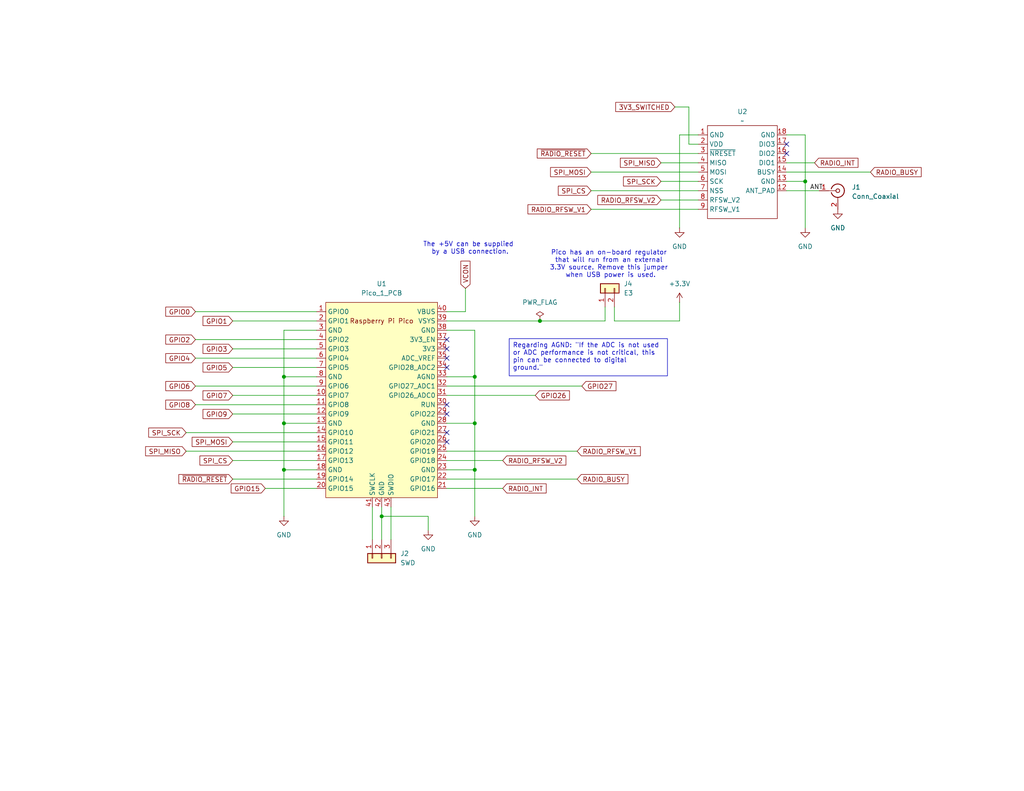
<source format=kicad_sch>
(kicad_sch (version 20250114) (generator "eeschema") (generator_version "9.0")
  (paper "USLetter")
  (title_block (title "KC1FSZ LoRa Controller Board") (date "2025-05-11") (rev "1") (company "Bruce MacKinnon") (comment 1 "Copyright (C) 2025, Bruce MacKinnon") (comment 2 "NOT FOR COMMERCIAL USE"))
  (lib_symbols
    (symbol "Connector:Conn_Coaxial" (pin_names (offset 1.016) (hide yes))
      (property "Reference" "J" (at 0.254 3.048 0))
      (property "Value" "Conn_Coaxial" (at 2.921 0 90))
      (symbol "Conn_Coaxial_0_1"
        (polyline (pts (xy -2.54 0) (xy -0.508 0)))
        (arc (start 1.778 0) (mid 0.222 -1.8079) (end -1.778 -0.508) (stroke (width 0.254)))
        (arc (start -1.778 0.508) (mid 0.2221 1.8084) (end 1.778 0) (stroke (width 0.254)))
        (circle (center 0 0) (radius 0.508) (stroke (width 0.2032)))
        (polyline (pts (xy 0 -2.54) (xy 0 -1.778)))
      )
      (symbol "Conn_Coaxial_1_1"
        (pin passive line (at -5.08 0 0) (length 2.54) (name "In") (number "1"))
        (pin passive line (at 0 -5.08 90) (length 2.54) (name "Ext") (number "2"))
      )
    )
    (symbol "Connector_Generic:Conn_01x02" (pin_names (offset 1.016) (hide yes))
      (property "Reference" "J" (at 0 2.54 0))
      (property "Value" "Conn_01x02" (at 0 -5.08 0))
      (symbol "Conn_01x02_1_1"
        (rectangle (start -1.27 1.27) (end 1.27 -3.81) (stroke (width 0.254)) (fill (type background)))
        (rectangle (start -1.27 0.127) (end 0 -0.127) (stroke (width 0.1524)))
        (rectangle (start -1.27 -2.413) (end 0 -2.667) (stroke (width 0.1524)))
        (pin passive line (at -5.08 0 0) (length 3.81) (name "Pin_1") (number "1"))
        (pin passive line (at -5.08 -2.54 0) (length 3.81) (name "Pin_2") (number "2"))
      )
    )
    (symbol "Connector_Generic:Conn_01x03" (pin_names (offset 1.016) (hide yes))
      (property "Reference" "J" (at 0 5.08 0))
      (property "Value" "Conn_01x03" (at 0 -5.08 0))
      (symbol "Conn_01x03_1_1"
        (rectangle (start -1.27 3.81) (end 1.27 -3.81) (stroke (width 0.254)) (fill (type background)))
        (rectangle (start -1.27 2.667) (end 0 2.413) (stroke (width 0.1524)))
        (rectangle (start -1.27 0.127) (end 0 -0.127) (stroke (width 0.1524)))
        (rectangle (start -1.27 -2.413) (end 0 -2.667) (stroke (width 0.1524)))
        (pin passive line (at -5.08 2.54 0) (length 3.81) (name "Pin_1") (number "1"))
        (pin passive line (at -5.08 0 0) (length 3.81) (name "Pin_2") (number "2"))
        (pin passive line (at -5.08 -2.54 0) (length 3.81) (name "Pin_3") (number "3"))
      )
    )
    (symbol "power:+3.3V" (power) (pin_numbers (hide yes)) (pin_names (offset 0) (hide yes))
      (property "Value" "+3.3V" (at 0 3.556 0))
      (symbol "+3.3V_0_1"
        (polyline (pts (xy -0.762 1.27) (xy 0 2.54)))
        (polyline (pts (xy 0 2.54) (xy 0.762 1.27)))
        (polyline (pts (xy 0 0) (xy 0 2.54)))
      )
      (symbol "+3.3V_1_1"
        (pin power_in line (at 0 0 90) (length 0) (name "~") (number "1"))
      )
    )
    (symbol "power:GND" (power) (pin_numbers (hide yes)) (pin_names (offset 0) (hide yes))
      (property "Value" "GND" (at 0 -3.81 0))
      (symbol "GND_0_1"
        (polyline (pts (xy 0 0) (xy 0 -1.27) (xy 1.27 -1.27) (xy 0 -2.54) (xy -1.27 -1.27) (xy 0 -1.27)))
      )
      (symbol "GND_1_1"
        (pin power_in line (at 0 0 270) (length 0) (name "~") (number "1"))
      )
    )
    (symbol "power:PWR_FLAG" (power) (pin_numbers (hide yes)) (pin_names (offset 0) (hide yes))
      (property "Value" "PWR_FLAG" (at 0 3.81 0))
      (symbol "PWR_FLAG_0_0"
        (pin power_out line (at 0 0 90) (length 0) (name "~") (number "1"))
      )
      (symbol "PWR_FLAG_0_1"
        (polyline (pts (xy 0 0) (xy 0 1.27) (xy -1.016 1.905) (xy 0 2.54) (xy 1.016 1.905) (xy 0 1.27)))
      )
    )
    (symbol "symbol-library-1:Pico_1_PCB"
      (property "Reference" "U" (at -13.97 27.94 0))
      (property "Value" "Pico_1_PCB" (at 0 19.05 0))
      (symbol "Pico_1_PCB_0_0"
        (text "Raspberry Pi Pico" (at 0 21.59 0) (effects (font (size 1.27 1.27))))
      )
      (symbol "Pico_1_PCB_0_1"
        (rectangle (start -15.24 26.67) (end 15.24 -26.67) (fill (type background)))
      )
      (symbol "Pico_1_PCB_1_1"
        (pin bidirectional line (at -17.78 24.13 0) (length 2.54) (name "GPIO0") (number "1"))
        (pin bidirectional line (at -17.78 21.59 0) (length 2.54) (name "GPIO1") (number "2"))
        (pin power_in line (at -17.78 19.05 0) (length 2.54) (name "GND") (number "3"))
        (pin bidirectional line (at -17.78 16.51 0) (length 2.54) (name "GPIO2") (number "4"))
        (pin bidirectional line (at -17.78 13.97 0) (length 2.54) (name "GPIO3") (number "5"))
        (pin bidirectional line (at -17.78 11.43 0) (length 2.54) (name "GPIO4") (number "6"))
        (pin bidirectional line (at -17.78 8.89 0) (length 2.54) (name "GPIO5") (number "7"))
        (pin power_in line (at -17.78 6.35 0) (length 2.54) (name "GND") (number "8"))
        (pin bidirectional line (at -17.78 3.81 0) (length 2.54) (name "GPIO6") (number "9"))
        (pin bidirectional line (at -17.78 1.27 0) (length 2.54) (name "GPIO7") (number "10"))
        (pin bidirectional line (at -17.78 -1.27 0) (length 2.54) (name "GPIO8") (number "11"))
        (pin bidirectional line (at -17.78 -3.81 0) (length 2.54) (name "GPIO9") (number "12"))
        (pin power_in line (at -17.78 -6.35 0) (length 2.54) (name "GND") (number "13"))
        (pin bidirectional line (at -17.78 -8.89 0) (length 2.54) (name "GPIO10") (number "14"))
        (pin bidirectional line (at -17.78 -11.43 0) (length 2.54) (name "GPIO11") (number "15"))
        (pin bidirectional line (at -17.78 -13.97 0) (length 2.54) (name "GPIO12") (number "16"))
        (pin bidirectional line (at -17.78 -16.51 0) (length 2.54) (name "GPIO13") (number "17"))
        (pin power_in line (at -17.78 -19.05 0) (length 2.54) (name "GND") (number "18"))
        (pin bidirectional line (at -17.78 -21.59 0) (length 2.54) (name "GPIO14") (number "19"))
        (pin bidirectional line (at -17.78 -24.13 0) (length 2.54) (name "GPIO15") (number "20"))
        (pin input line (at -2.54 -29.21 90) (length 2.54) (name "SWCLK") (number "41"))
        (pin power_in line (at 0 -29.21 90) (length 2.54) (name "GND") (number "42"))
        (pin bidirectional line (at 2.54 -29.21 90) (length 2.54) (name "SWDIO") (number "43"))
        (pin power_in line (at 17.78 24.13 180) (length 2.54) (name "VBUS") (number "40"))
        (pin power_in line (at 17.78 21.59 180) (length 2.54) (name "VSYS") (number "39"))
        (pin power_in line (at 17.78 19.05 180) (length 2.54) (name "GND") (number "38"))
        (pin input line (at 17.78 16.51 180) (length 2.54) (name "3V3_EN") (number "37"))
        (pin power_in line (at 17.78 13.97 180) (length 2.54) (name "3V3") (number "36"))
        (pin power_in line (at 17.78 11.43 180) (length 2.54) (name "ADC_VREF") (number "35"))
        (pin bidirectional line (at 17.78 8.89 180) (length 2.54) (name "GPIO28_ADC2") (number "34"))
        (pin power_in line (at 17.78 6.35 180) (length 2.54) (name "AGND") (number "33"))
        (pin bidirectional line (at 17.78 3.81 180) (length 2.54) (name "GPIO27_ADC1") (number "32"))
        (pin bidirectional line (at 17.78 1.27 180) (length 2.54) (name "GPIO26_ADC0") (number "31"))
        (pin input line (at 17.78 -1.27 180) (length 2.54) (name "RUN") (number "30"))
        (pin bidirectional line (at 17.78 -3.81 180) (length 2.54) (name "GPIO22") (number "29"))
        (pin power_in line (at 17.78 -6.35 180) (length 2.54) (name "GND") (number "28"))
        (pin bidirectional line (at 17.78 -8.89 180) (length 2.54) (name "GPIO21") (number "27"))
        (pin bidirectional line (at 17.78 -11.43 180) (length 2.54) (name "GPIO20") (number "26"))
        (pin bidirectional line (at 17.78 -13.97 180) (length 2.54) (name "GPIO19") (number "25"))
        (pin bidirectional line (at 17.78 -16.51 180) (length 2.54) (name "GPIO18") (number "24"))
        (pin power_in line (at 17.78 -19.05 180) (length 2.54) (name "GND") (number "23"))
        (pin bidirectional line (at 17.78 -21.59 180) (length 2.54) (name "GPIO17") (number "22"))
        (pin bidirectional line (at 17.78 -24.13 180) (length 2.54) (name "GPIO16") (number "21"))
      )
    )
    (symbol "symbol-library-1:RYLR689_LoRa_Module"
      (property "Reference" "U" (at 0 7.62 0))
      (symbol "RYLR689_LoRa_Module_0_1"
        (rectangle (start -10.16 6.35) (end 8.89 -19.05))
      )
      (symbol "RYLR689_LoRa_Module_1_1"
        (pin input line (at -12.7 3.81 0) (length 2.54) (name "GND") (number "1"))
        (pin power_in line (at -12.7 1.27 0) (length 2.54) (name "VDD") (number "2"))
        (pin input line (at -12.7 -1.27 0) (length 2.54) (name "~{NRESET}") (number "3"))
        (pin output line (at -12.7 -3.81 0) (length 2.54) (name "MISO") (number "4"))
        (pin input line (at -12.7 -6.35 0) (length 2.54) (name "MOSI") (number "5"))
        (pin input line (at -12.7 -8.89 0) (length 2.54) (name "SCK") (number "6"))
        (pin input line (at -12.7 -11.43 0) (length 2.54) (name "NSS") (number "7"))
        (pin input line (at -12.7 -13.97 0) (length 2.54) (name "RFSW_V2") (number "8"))
        (pin input line (at -12.7 -16.51 0) (length 2.54) (name "RFSW_V1") (number "9"))
        (pin passive line (at 11.43 3.81 180) (length 2.54) (name "GND") (number "18"))
        (pin output line (at 11.43 1.27 180) (length 2.54) (name "DIO3") (number "17"))
        (pin output line (at 11.43 -1.27 180) (length 2.54) (name "DIO2") (number "16"))
        (pin output line (at 11.43 -3.81 180) (length 2.54) (name "DIO1") (number "15"))
        (pin output line (at 11.43 -6.35 180) (length 2.54) (name "BUSY") (number "14"))
        (pin passive line (at 11.43 -8.89 180) (length 2.54) (name "GND") (number "13"))
        (pin output line (at 11.43 -11.43 180) (length 2.54) (name "ANT_PAD") (number "12"))
      )
    )
  )
  (text "The +5V can be supplied \nby a USB connection." (at 128.27 67.818 0) (effects (font (size 1.27 1.27))))
  (text "Pico has an on-board regulator \nthat will run from an external \n3.3V source. Remove this jumper \nwhen USB power is used." (at 166.624 72.136 0) (effects (font (size 1.27 1.27))))
  (text_box "Regarding AGND: \"If the ADC is not used or ADC performance is not critical, this pin can be connected to digital\nground.\"" (at 138.938 92.456 0) (size 43.18 10.16) (margins 0.9525 0.9525 0.9525 0.9525) (effects (font (size 1.27 1.27)) (justify left top)))
  (junction (at 77.47 115.57))
  (junction (at 129.54 115.57))
  (junction (at 104.14 140.97))
  (junction (at 147.32 87.63))
  (junction (at 77.47 102.87))
  (junction (at 219.71 49.53))
  (junction (at 129.54 128.27))
  (junction (at 77.47 128.27))
  (junction (at 129.54 102.87))
  (no_connect (at 121.92 113.03))
  (no_connect (at 121.92 95.25))
  (no_connect (at 121.92 92.71))
  (no_connect (at 121.92 118.11))
  (no_connect (at 214.63 41.91))
  (no_connect (at 121.92 110.49))
  (no_connect (at 121.92 100.33))
  (no_connect (at 121.92 120.65))
  (no_connect (at 214.63 39.37))
  (no_connect (at 121.92 97.79))
  (wire (pts (xy 101.6 138.43) (xy 101.6 147.32)))
  (wire (pts (xy 129.54 102.87) (xy 129.54 115.57)))
  (wire (pts (xy 180.34 44.45) (xy 190.5 44.45)))
  (wire (pts (xy 86.36 115.57) (xy 77.47 115.57)))
  (wire (pts (xy 121.92 128.27) (xy 129.54 128.27)))
  (wire (pts (xy 214.63 44.45) (xy 222.25 44.45)))
  (wire (pts (xy 50.8 118.11) (xy 86.36 118.11)))
  (wire (pts (xy 86.36 90.17) (xy 77.47 90.17)))
  (wire (pts (xy 116.84 140.97) (xy 104.14 140.97)))
  (wire (pts (xy 121.92 102.87) (xy 129.54 102.87)))
  (wire (pts (xy 53.34 92.71) (xy 86.36 92.71)))
  (wire (pts (xy 121.92 85.09) (xy 127 85.09)))
  (wire (pts (xy 185.42 87.63) (xy 185.42 82.55)))
  (wire (pts (xy 161.29 52.07) (xy 190.5 52.07)))
  (wire (pts (xy 63.5 130.81) (xy 86.36 130.81)))
  (wire (pts (xy 53.34 97.79) (xy 86.36 97.79)))
  (wire (pts (xy 187.96 39.37) (xy 190.5 39.37)))
  (wire (pts (xy 77.47 115.57) (xy 77.47 128.27)))
  (wire (pts (xy 63.5 87.63) (xy 86.36 87.63)))
  (wire (pts (xy 121.92 90.17) (xy 129.54 90.17)))
  (wire (pts (xy 185.42 36.83) (xy 185.42 62.23)))
  (wire (pts (xy 129.54 115.57) (xy 129.54 128.27)))
  (wire (pts (xy 121.92 87.63) (xy 147.32 87.63)))
  (wire (pts (xy 77.47 128.27) (xy 77.47 140.97)))
  (wire (pts (xy 50.8 123.19) (xy 86.36 123.19)))
  (wire (pts (xy 121.92 130.81) (xy 157.48 130.81)))
  (wire (pts (xy 121.92 105.41) (xy 158.75 105.41)))
  (wire (pts (xy 53.34 110.49) (xy 86.36 110.49)))
  (wire (pts (xy 63.5 125.73) (xy 86.36 125.73)))
  (wire (pts (xy 63.5 113.03) (xy 86.36 113.03)))
  (wire (pts (xy 127 85.09) (xy 127 78.74)))
  (wire (pts (xy 77.47 102.87) (xy 86.36 102.87)))
  (wire (pts (xy 161.29 57.15) (xy 190.5 57.15)))
  (wire (pts (xy 72.39 133.35) (xy 86.36 133.35)))
  (wire (pts (xy 77.47 90.17) (xy 77.47 102.87)))
  (wire (pts (xy 63.5 107.95) (xy 86.36 107.95)))
  (wire (pts (xy 161.29 46.99) (xy 190.5 46.99)))
  (wire (pts (xy 161.29 41.91) (xy 190.5 41.91)))
  (wire (pts (xy 214.63 46.99) (xy 237.49 46.99)))
  (wire (pts (xy 53.34 105.41) (xy 86.36 105.41)))
  (wire (pts (xy 219.71 49.53) (xy 219.71 62.23)))
  (wire (pts (xy 53.34 85.09) (xy 86.36 85.09)))
  (wire (pts (xy 187.96 29.21) (xy 187.96 39.37)))
  (wire (pts (xy 116.84 144.78) (xy 116.84 140.97)))
  (wire (pts (xy 121.92 125.73) (xy 137.16 125.73)))
  (wire (pts (xy 63.5 100.33) (xy 86.36 100.33)))
  (wire (pts (xy 190.5 36.83) (xy 185.42 36.83)))
  (wire (pts (xy 180.34 49.53) (xy 190.5 49.53)))
  (wire (pts (xy 121.92 133.35) (xy 137.16 133.35)))
  (wire (pts (xy 104.14 140.97) (xy 104.14 147.32)))
  (wire (pts (xy 167.64 87.63) (xy 185.42 87.63)))
  (wire (pts (xy 63.5 95.25) (xy 86.36 95.25)))
  (wire (pts (xy 63.5 120.65) (xy 86.36 120.65)))
  (wire (pts (xy 129.54 128.27) (xy 129.54 140.97)))
  (wire (pts (xy 180.34 54.61) (xy 190.5 54.61)))
  (wire (pts (xy 214.63 52.07) (xy 223.52 52.07)))
  (wire (pts (xy 184.15 29.21) (xy 187.96 29.21)))
  (wire (pts (xy 214.63 49.53) (xy 219.71 49.53)))
  (wire (pts (xy 214.63 36.83) (xy 219.71 36.83)))
  (wire (pts (xy 106.68 138.43) (xy 106.68 147.32)))
  (wire (pts (xy 104.14 138.43) (xy 104.14 140.97)))
  (wire (pts (xy 121.92 123.19) (xy 157.48 123.19)))
  (wire (pts (xy 165.1 87.63) (xy 165.1 83.82)))
  (wire (pts (xy 121.92 115.57) (xy 129.54 115.57)))
  (wire (pts (xy 219.71 36.83) (xy 219.71 49.53)))
  (wire (pts (xy 129.54 90.17) (xy 129.54 102.87)))
  (wire (pts (xy 121.92 107.95) (xy 146.05 107.95)))
  (wire (pts (xy 147.32 87.63) (xy 165.1 87.63)))
  (wire (pts (xy 77.47 102.87) (xy 77.47 115.57)))
  (wire (pts (xy 167.64 83.82) (xy 167.64 87.63)))
  (wire (pts (xy 77.47 128.27) (xy 86.36 128.27)))
  (label "ANT" (at 220.98 52.07 0))
  (global_label "GPIO5" (shape input) (at 63.5 100.33 180) (property "Intersheetrefs" "${INTERSHEET_REFS}" (effects (hide yes))))
  (global_label "GPIO8" (shape input) (at 53.34 110.49 180) (property "Intersheetrefs" "${INTERSHEET_REFS}" (effects (hide yes))))
  (global_label "RADIO_RFSW_V1" (shape input) (at 157.48 123.19 0) (property "Intersheetrefs" "${INTERSHEET_REFS}" (effects (hide yes))))
  (global_label "SPI_MISO" (shape input) (at 50.8 123.19 180) (property "Intersheetrefs" "${INTERSHEET_REFS}" (effects (hide yes))))
  (global_label "GPIO4" (shape input) (at 53.34 97.79 180) (property "Intersheetrefs" "${INTERSHEET_REFS}" (effects (hide yes))))
  (global_label "GPIO9" (shape input) (at 63.5 113.03 180) (property "Intersheetrefs" "${INTERSHEET_REFS}" (effects (hide yes))))
  (global_label "SPI_MOSI" (shape input) (at 63.5 120.65 180) (property "Intersheetrefs" "${INTERSHEET_REFS}" (effects (hide yes))))
  (global_label "SPI_CS" (shape input) (at 161.29 52.07 180) (property "Intersheetrefs" "${INTERSHEET_REFS}" (effects (hide yes))))
  (global_label "GPIO2" (shape input) (at 53.34 92.71 180) (property "Intersheetrefs" "${INTERSHEET_REFS}" (effects (hide yes))))
  (global_label "SPI_SCK" (shape input) (at 180.34 49.53 180) (property "Intersheetrefs" "${INTERSHEET_REFS}" (effects (hide yes))))
  (global_label "~{RADIO_RESET}" (shape input) (at 161.29 41.91 180) (property "Intersheetrefs" "${INTERSHEET_REFS}" (effects (hide yes))))
  (global_label "RADIO_INT" (shape input) (at 222.25 44.45 0) (property "Intersheetrefs" "${INTERSHEET_REFS}" (effects (hide yes))))
  (global_label "~{RADIO_RESET}" (shape input) (at 63.5 130.81 180) (property "Intersheetrefs" "${INTERSHEET_REFS}" (effects (hide yes))))
  (global_label "SPI_MISO" (shape input) (at 180.34 44.45 180) (property "Intersheetrefs" "${INTERSHEET_REFS}" (effects (hide yes))))
  (global_label "SPI_SCK" (shape input) (at 50.8 118.11 180) (property "Intersheetrefs" "${INTERSHEET_REFS}" (effects (hide yes))))
  (global_label "VCON" (shape input) (at 127 78.74 90) (property "Intersheetrefs" "${INTERSHEET_REFS}" (effects (hide yes))))
  (global_label "RADIO_BUSY" (shape input) (at 157.48 130.81 0) (property "Intersheetrefs" "${INTERSHEET_REFS}" (effects (hide yes))))
  (global_label "GPIO7" (shape input) (at 63.5 107.95 180) (property "Intersheetrefs" "${INTERSHEET_REFS}" (effects (hide yes))))
  (global_label "SPI_CS" (shape input) (at 63.5 125.73 180) (property "Intersheetrefs" "${INTERSHEET_REFS}" (effects (hide yes))))
  (global_label "GPIO6" (shape input) (at 53.34 105.41 180) (property "Intersheetrefs" "${INTERSHEET_REFS}" (effects (hide yes))))
  (global_label "GPIO27" (shape input) (at 158.75 105.41 0) (property "Intersheetrefs" "${INTERSHEET_REFS}" (effects (hide yes))))
  (global_label "RADIO_INT" (shape input) (at 137.16 133.35 0) (property "Intersheetrefs" "${INTERSHEET_REFS}" (effects (hide yes))))
  (global_label "GPIO1" (shape input) (at 63.5 87.63 180) (property "Intersheetrefs" "${INTERSHEET_REFS}" (effects (hide yes))))
  (global_label "RADIO_RFSW_V1" (shape input) (at 161.29 57.15 180) (property "Intersheetrefs" "${INTERSHEET_REFS}" (effects (hide yes))))
  (global_label "GPIO3" (shape input) (at 63.5 95.25 180) (property "Intersheetrefs" "${INTERSHEET_REFS}" (effects (hide yes))))
  (global_label "RADIO_BUSY" (shape input) (at 237.49 46.99 0) (property "Intersheetrefs" "${INTERSHEET_REFS}" (effects (hide yes))))
  (global_label "GPIO26" (shape input) (at 146.05 107.95 0) (property "Intersheetrefs" "${INTERSHEET_REFS}" (effects (hide yes))))
  (global_label "GPIO15" (shape input) (at 72.39 133.35 180) (property "Intersheetrefs" "${INTERSHEET_REFS}" (effects (hide yes))))
  (global_label "RADIO_RFSW_V2" (shape input) (at 137.16 125.73 0) (property "Intersheetrefs" "${INTERSHEET_REFS}" (effects (hide yes))))
  (global_label "SPI_MOSI" (shape input) (at 161.29 46.99 180) (property "Intersheetrefs" "${INTERSHEET_REFS}" (effects (hide yes))))
  (global_label "GPIO0" (shape input) (at 53.34 85.09 180) (property "Intersheetrefs" "${INTERSHEET_REFS}" (effects (hide yes))))
  (global_label "RADIO_RFSW_V2" (shape input) (at 180.34 54.61 180) (property "Intersheetrefs" "${INTERSHEET_REFS}" (effects (hide yes))))
  (global_label "3V3_SWITCHED" (shape input) (at 184.15 29.21 180) (property "Intersheetrefs" "${INTERSHEET_REFS}" (effects (hide yes))))
  (symbol (lib_id "Connector_Generic:Conn_01x03") (at 104.14 152.4 90) (mirror x) (unit 1)
    (property "Reference" "J2" (at 109.22 151.1299 90) (effects (justify right)))
    (property "Value" "SWD" (at 109.22 153.6699 90) (effects (justify right)))
    (property "Footprint" "Connector_PinHeader_2.54mm:PinHeader_1x03_P2.54mm_Vertical" (effects (hide yes)))
    (property "Description" "Generic connector, single row, 01x03, script generated (kicad-library-utils/schlib/autogen/connector/)" (effects (hide yes)))
  )
  (symbol (lib_id "power:GND") (at 116.84 144.78 0) (unit 1)
    (property "Reference" "#PWR018" (effects (hide yes)))
    (property "Value" "GND" (at 116.84 149.86 0))
    (property "Description" "Power symbol creates a global label with name \"GND\" , ground" (effects (hide yes)))
  )
  (symbol (lib_id "power:GND") (at 228.6 57.15 0) (unit 1)
    (property "Reference" "#PWR06" (effects (hide yes)))
    (property "Value" "GND" (at 228.6 62.23 0))
    (property "Description" "Power symbol creates a global label with name \"GND\" , ground" (effects (hide yes)))
  )
  (symbol (lib_id "power:GND") (at 77.47 140.97 0) (unit 1)
    (property "Reference" "#PWR01" (effects (hide yes)))
    (property "Value" "GND" (at 77.47 146.05 0))
    (property "Description" "Power symbol creates a global label with name \"GND\" , ground" (effects (hide yes)))
  )
  (symbol (lib_id "power:PWR_FLAG") (at 147.32 87.63 0) (unit 1)
    (property "Reference" "#FLG05" (effects (hide yes)))
    (property "Value" "PWR_FLAG" (at 147.32 82.55 0))
    (property "Description" "Special symbol for telling ERC where power comes from" (effects (hide yes)))
  )
  (symbol (lib_id "Connector:Conn_Coaxial") (at 228.6 52.07 0) (unit 1)
    (property "Reference" "J1" (at 232.41 51.0931 0) (effects (justify left)))
    (property "Value" "Conn_Coaxial" (at 232.41 53.6331 0) (effects (justify left)))
    (property "Footprint" "Connector_Coaxial:SMA_Amphenol_132134_Vertical" (effects (hide yes)))
    (property "Description" "coaxial connector (BNC, SMA, SMB, SMC, Cinch/RCA, LEMO, ...)" (effects (hide yes)))
  )
  (symbol (lib_id "power:GND") (at 185.42 62.23 0) (unit 1)
    (property "Reference" "#PWR02" (effects (hide yes)))
    (property "Value" "GND" (at 185.42 67.31 0))
    (property "Description" "Power symbol creates a global label with name \"GND\" , ground" (effects (hide yes)))
  )
  (symbol (lib_id "symbol-library-1:RYLR689_LoRa_Module") (at 203.2 40.64 0) (unit 1)
    (property "Reference" "U2" (at 202.565 30.48 0))
    (property "Value" "~" (at 202.565 33.02 0))
    (property "Footprint" "bruce-footprints:RYLR689-LoRa-Module" (effects (hide yes)))
  )
  (symbol (lib_id "power:+3.3V") (at 185.42 82.55 0) (unit 1)
    (property "Reference" "#PWR012" (effects (hide yes)))
    (property "Value" "+3.3V" (at 185.42 77.47 0))
    (property "Description" "Power symbol creates a global label with name \"+3.3V\"" (effects (hide yes)))
  )
  (symbol (lib_id "power:GND") (at 129.54 140.97 0) (unit 1)
    (property "Reference" "#PWR04" (effects (hide yes)))
    (property "Value" "GND" (at 129.54 146.05 0))
    (property "Description" "Power symbol creates a global label with name \"GND\" , ground" (effects (hide yes)))
  )
  (symbol (lib_id "power:GND") (at 219.71 62.23 0) (unit 1)
    (property "Reference" "#PWR05" (effects (hide yes)))
    (property "Value" "GND" (at 219.71 67.31 0))
    (property "Description" "Power symbol creates a global label with name \"GND\" , ground" (effects (hide yes)))
  )
  (symbol (lib_id "Connector_Generic:Conn_01x02") (at 165.1 78.74 90) (unit 1)
    (property "Reference" "J4" (at 170.18 77.4699 90) (effects (justify right)))
    (property "Value" "E3" (at 170.18 80.0099 90) (effects (justify right)))
    (property "Footprint" "Connector_PinHeader_2.54mm:PinHeader_1x02_P2.54mm_Vertical" (effects (hide yes)))
    (property "Description" "Generic connector, single row, 01x02, script generated (kicad-library-utils/schlib/autogen/connector/)" (effects (hide yes)))
  )
  (symbol (lib_id "symbol-library-1:Pico_1_PCB") (at 104.14 109.22 0) (unit 1)
    (property "Reference" "U1" (at 104.14 77.47 0))
    (property "Value" "Pico_1_PCB" (at 104.14 80.01 0))
    (property "Footprint" "bruce-footprints:RPi_Pico_SMD" (effects (hide yes)))
  )
)
</source>
